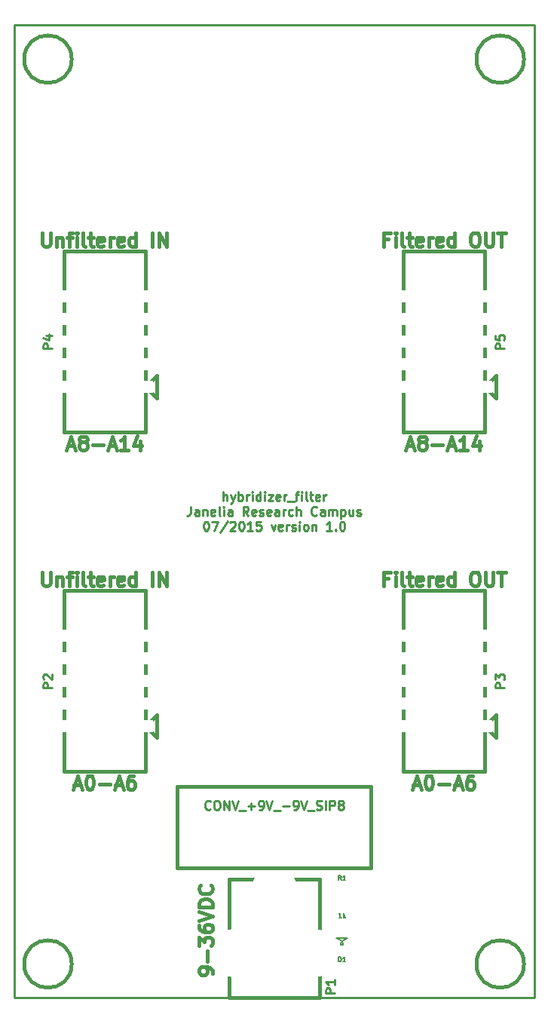
<source format=gto>
G04 #@! TF.FileFunction,Legend,Top*
%FSLAX46Y46*%
G04 Gerber Fmt 4.6, Leading zero omitted, Abs format (unit mm)*
G04 Created by KiCad (PCBNEW no-vcs-found-product) date Thu 23 Jul 2015 11:14:11 AM EDT*
%MOMM*%
G01*
G04 APERTURE LIST*
%ADD10C,0.100000*%
%ADD11C,0.381000*%
%ADD12C,0.228600*%
%ADD13C,0.254000*%
%ADD14C,0.127000*%
%ADD15R,4.895800X1.416000*%
%ADD16R,1.295400X1.295400*%
%ADD17C,2.330400*%
%ADD18O,3.956000X4.972000*%
%ADD19O,5.480000X4.464000*%
%ADD20O,3.956000X5.480000*%
%ADD21O,1.924000X2.940000*%
%ADD22O,1.625600X2.641600*%
%ADD23R,2.000200X1.187400*%
%ADD24C,3.956000*%
G04 APERTURE END LIST*
D10*
D11*
X129848429Y-160193446D02*
X129848429Y-159903161D01*
X129775857Y-159758018D01*
X129703286Y-159685446D01*
X129485571Y-159540304D01*
X129195286Y-159467732D01*
X128614714Y-159467732D01*
X128469571Y-159540304D01*
X128397000Y-159612875D01*
X128324429Y-159758018D01*
X128324429Y-160048304D01*
X128397000Y-160193446D01*
X128469571Y-160266018D01*
X128614714Y-160338589D01*
X128977571Y-160338589D01*
X129122714Y-160266018D01*
X129195286Y-160193446D01*
X129267857Y-160048304D01*
X129267857Y-159758018D01*
X129195286Y-159612875D01*
X129122714Y-159540304D01*
X128977571Y-159467732D01*
X129267857Y-158814589D02*
X129267857Y-157653446D01*
X128324429Y-157072875D02*
X128324429Y-156129446D01*
X128905000Y-156637446D01*
X128905000Y-156419732D01*
X128977571Y-156274589D01*
X129050143Y-156202018D01*
X129195286Y-156129446D01*
X129558143Y-156129446D01*
X129703286Y-156202018D01*
X129775857Y-156274589D01*
X129848429Y-156419732D01*
X129848429Y-156855160D01*
X129775857Y-157000303D01*
X129703286Y-157072875D01*
X128324429Y-154823160D02*
X128324429Y-155113446D01*
X128397000Y-155258589D01*
X128469571Y-155331160D01*
X128687286Y-155476303D01*
X128977571Y-155548874D01*
X129558143Y-155548874D01*
X129703286Y-155476303D01*
X129775857Y-155403731D01*
X129848429Y-155258589D01*
X129848429Y-154968303D01*
X129775857Y-154823160D01*
X129703286Y-154750589D01*
X129558143Y-154678017D01*
X129195286Y-154678017D01*
X129050143Y-154750589D01*
X128977571Y-154823160D01*
X128905000Y-154968303D01*
X128905000Y-155258589D01*
X128977571Y-155403731D01*
X129050143Y-155476303D01*
X129195286Y-155548874D01*
X128324429Y-154242588D02*
X129848429Y-153734588D01*
X128324429Y-153226588D01*
X129848429Y-152718588D02*
X128324429Y-152718588D01*
X128324429Y-152355731D01*
X128397000Y-152138016D01*
X128542143Y-151992874D01*
X128687286Y-151920302D01*
X128977571Y-151847731D01*
X129195286Y-151847731D01*
X129485571Y-151920302D01*
X129630714Y-151992874D01*
X129775857Y-152138016D01*
X129848429Y-152355731D01*
X129848429Y-152718588D01*
X129703286Y-150323731D02*
X129775857Y-150396302D01*
X129848429Y-150614016D01*
X129848429Y-150759159D01*
X129775857Y-150976874D01*
X129630714Y-151122016D01*
X129485571Y-151194588D01*
X129195286Y-151267159D01*
X128977571Y-151267159D01*
X128687286Y-151194588D01*
X128542143Y-151122016D01*
X128397000Y-150976874D01*
X128324429Y-150759159D01*
X128324429Y-150614016D01*
X128397000Y-150396302D01*
X128469571Y-150323731D01*
X149624143Y-115852303D02*
X149116143Y-115852303D01*
X149116143Y-116650589D02*
X149116143Y-115126589D01*
X149841857Y-115126589D01*
X150422429Y-116650589D02*
X150422429Y-115634589D01*
X150422429Y-115126589D02*
X150349858Y-115199160D01*
X150422429Y-115271731D01*
X150495001Y-115199160D01*
X150422429Y-115126589D01*
X150422429Y-115271731D01*
X151365857Y-116650589D02*
X151220715Y-116578017D01*
X151148143Y-116432874D01*
X151148143Y-115126589D01*
X151728715Y-115634589D02*
X152309286Y-115634589D01*
X151946429Y-115126589D02*
X151946429Y-116432874D01*
X152019001Y-116578017D01*
X152164143Y-116650589D01*
X152309286Y-116650589D01*
X153397858Y-116578017D02*
X153252715Y-116650589D01*
X152962429Y-116650589D01*
X152817286Y-116578017D01*
X152744715Y-116432874D01*
X152744715Y-115852303D01*
X152817286Y-115707160D01*
X152962429Y-115634589D01*
X153252715Y-115634589D01*
X153397858Y-115707160D01*
X153470429Y-115852303D01*
X153470429Y-115997446D01*
X152744715Y-116142589D01*
X154123572Y-116650589D02*
X154123572Y-115634589D01*
X154123572Y-115924874D02*
X154196144Y-115779731D01*
X154268715Y-115707160D01*
X154413858Y-115634589D01*
X154559001Y-115634589D01*
X155647573Y-116578017D02*
X155502430Y-116650589D01*
X155212144Y-116650589D01*
X155067001Y-116578017D01*
X154994430Y-116432874D01*
X154994430Y-115852303D01*
X155067001Y-115707160D01*
X155212144Y-115634589D01*
X155502430Y-115634589D01*
X155647573Y-115707160D01*
X155720144Y-115852303D01*
X155720144Y-115997446D01*
X154994430Y-116142589D01*
X157026430Y-116650589D02*
X157026430Y-115126589D01*
X157026430Y-116578017D02*
X156881287Y-116650589D01*
X156591001Y-116650589D01*
X156445859Y-116578017D01*
X156373287Y-116505446D01*
X156300716Y-116360303D01*
X156300716Y-115924874D01*
X156373287Y-115779731D01*
X156445859Y-115707160D01*
X156591001Y-115634589D01*
X156881287Y-115634589D01*
X157026430Y-115707160D01*
X159203573Y-115126589D02*
X159493859Y-115126589D01*
X159639001Y-115199160D01*
X159784144Y-115344303D01*
X159856716Y-115634589D01*
X159856716Y-116142589D01*
X159784144Y-116432874D01*
X159639001Y-116578017D01*
X159493859Y-116650589D01*
X159203573Y-116650589D01*
X159058430Y-116578017D01*
X158913287Y-116432874D01*
X158840716Y-116142589D01*
X158840716Y-115634589D01*
X158913287Y-115344303D01*
X159058430Y-115199160D01*
X159203573Y-115126589D01*
X160509858Y-115126589D02*
X160509858Y-116360303D01*
X160582430Y-116505446D01*
X160655001Y-116578017D01*
X160800144Y-116650589D01*
X161090430Y-116650589D01*
X161235572Y-116578017D01*
X161308144Y-116505446D01*
X161380715Y-116360303D01*
X161380715Y-115126589D01*
X161888715Y-115126589D02*
X162759572Y-115126589D01*
X162324143Y-116650589D02*
X162324143Y-115126589D01*
X149624143Y-77752303D02*
X149116143Y-77752303D01*
X149116143Y-78550589D02*
X149116143Y-77026589D01*
X149841857Y-77026589D01*
X150422429Y-78550589D02*
X150422429Y-77534589D01*
X150422429Y-77026589D02*
X150349858Y-77099160D01*
X150422429Y-77171731D01*
X150495001Y-77099160D01*
X150422429Y-77026589D01*
X150422429Y-77171731D01*
X151365857Y-78550589D02*
X151220715Y-78478017D01*
X151148143Y-78332874D01*
X151148143Y-77026589D01*
X151728715Y-77534589D02*
X152309286Y-77534589D01*
X151946429Y-77026589D02*
X151946429Y-78332874D01*
X152019001Y-78478017D01*
X152164143Y-78550589D01*
X152309286Y-78550589D01*
X153397858Y-78478017D02*
X153252715Y-78550589D01*
X152962429Y-78550589D01*
X152817286Y-78478017D01*
X152744715Y-78332874D01*
X152744715Y-77752303D01*
X152817286Y-77607160D01*
X152962429Y-77534589D01*
X153252715Y-77534589D01*
X153397858Y-77607160D01*
X153470429Y-77752303D01*
X153470429Y-77897446D01*
X152744715Y-78042589D01*
X154123572Y-78550589D02*
X154123572Y-77534589D01*
X154123572Y-77824874D02*
X154196144Y-77679731D01*
X154268715Y-77607160D01*
X154413858Y-77534589D01*
X154559001Y-77534589D01*
X155647573Y-78478017D02*
X155502430Y-78550589D01*
X155212144Y-78550589D01*
X155067001Y-78478017D01*
X154994430Y-78332874D01*
X154994430Y-77752303D01*
X155067001Y-77607160D01*
X155212144Y-77534589D01*
X155502430Y-77534589D01*
X155647573Y-77607160D01*
X155720144Y-77752303D01*
X155720144Y-77897446D01*
X154994430Y-78042589D01*
X157026430Y-78550589D02*
X157026430Y-77026589D01*
X157026430Y-78478017D02*
X156881287Y-78550589D01*
X156591001Y-78550589D01*
X156445859Y-78478017D01*
X156373287Y-78405446D01*
X156300716Y-78260303D01*
X156300716Y-77824874D01*
X156373287Y-77679731D01*
X156445859Y-77607160D01*
X156591001Y-77534589D01*
X156881287Y-77534589D01*
X157026430Y-77607160D01*
X159203573Y-77026589D02*
X159493859Y-77026589D01*
X159639001Y-77099160D01*
X159784144Y-77244303D01*
X159856716Y-77534589D01*
X159856716Y-78042589D01*
X159784144Y-78332874D01*
X159639001Y-78478017D01*
X159493859Y-78550589D01*
X159203573Y-78550589D01*
X159058430Y-78478017D01*
X158913287Y-78332874D01*
X158840716Y-78042589D01*
X158840716Y-77534589D01*
X158913287Y-77244303D01*
X159058430Y-77099160D01*
X159203573Y-77026589D01*
X160509858Y-77026589D02*
X160509858Y-78260303D01*
X160582430Y-78405446D01*
X160655001Y-78478017D01*
X160800144Y-78550589D01*
X161090430Y-78550589D01*
X161235572Y-78478017D01*
X161308144Y-78405446D01*
X161380715Y-78260303D01*
X161380715Y-77026589D01*
X161888715Y-77026589D02*
X162759572Y-77026589D01*
X162324143Y-78550589D02*
X162324143Y-77026589D01*
X110762143Y-115126589D02*
X110762143Y-116360303D01*
X110834715Y-116505446D01*
X110907286Y-116578017D01*
X111052429Y-116650589D01*
X111342715Y-116650589D01*
X111487857Y-116578017D01*
X111560429Y-116505446D01*
X111633000Y-116360303D01*
X111633000Y-115126589D01*
X112358714Y-115634589D02*
X112358714Y-116650589D01*
X112358714Y-115779731D02*
X112431286Y-115707160D01*
X112576428Y-115634589D01*
X112794143Y-115634589D01*
X112939286Y-115707160D01*
X113011857Y-115852303D01*
X113011857Y-116650589D01*
X113519857Y-115634589D02*
X114100428Y-115634589D01*
X113737571Y-116650589D02*
X113737571Y-115344303D01*
X113810143Y-115199160D01*
X113955285Y-115126589D01*
X114100428Y-115126589D01*
X114608428Y-116650589D02*
X114608428Y-115634589D01*
X114608428Y-115126589D02*
X114535857Y-115199160D01*
X114608428Y-115271731D01*
X114681000Y-115199160D01*
X114608428Y-115126589D01*
X114608428Y-115271731D01*
X115551856Y-116650589D02*
X115406714Y-116578017D01*
X115334142Y-116432874D01*
X115334142Y-115126589D01*
X115914714Y-115634589D02*
X116495285Y-115634589D01*
X116132428Y-115126589D02*
X116132428Y-116432874D01*
X116205000Y-116578017D01*
X116350142Y-116650589D01*
X116495285Y-116650589D01*
X117583857Y-116578017D02*
X117438714Y-116650589D01*
X117148428Y-116650589D01*
X117003285Y-116578017D01*
X116930714Y-116432874D01*
X116930714Y-115852303D01*
X117003285Y-115707160D01*
X117148428Y-115634589D01*
X117438714Y-115634589D01*
X117583857Y-115707160D01*
X117656428Y-115852303D01*
X117656428Y-115997446D01*
X116930714Y-116142589D01*
X118309571Y-116650589D02*
X118309571Y-115634589D01*
X118309571Y-115924874D02*
X118382143Y-115779731D01*
X118454714Y-115707160D01*
X118599857Y-115634589D01*
X118745000Y-115634589D01*
X119833572Y-116578017D02*
X119688429Y-116650589D01*
X119398143Y-116650589D01*
X119253000Y-116578017D01*
X119180429Y-116432874D01*
X119180429Y-115852303D01*
X119253000Y-115707160D01*
X119398143Y-115634589D01*
X119688429Y-115634589D01*
X119833572Y-115707160D01*
X119906143Y-115852303D01*
X119906143Y-115997446D01*
X119180429Y-116142589D01*
X121212429Y-116650589D02*
X121212429Y-115126589D01*
X121212429Y-116578017D02*
X121067286Y-116650589D01*
X120777000Y-116650589D01*
X120631858Y-116578017D01*
X120559286Y-116505446D01*
X120486715Y-116360303D01*
X120486715Y-115924874D01*
X120559286Y-115779731D01*
X120631858Y-115707160D01*
X120777000Y-115634589D01*
X121067286Y-115634589D01*
X121212429Y-115707160D01*
X123099286Y-116650589D02*
X123099286Y-115126589D01*
X123825000Y-116650589D02*
X123825000Y-115126589D01*
X124695857Y-116650589D01*
X124695857Y-115126589D01*
X110762143Y-77026589D02*
X110762143Y-78260303D01*
X110834715Y-78405446D01*
X110907286Y-78478017D01*
X111052429Y-78550589D01*
X111342715Y-78550589D01*
X111487857Y-78478017D01*
X111560429Y-78405446D01*
X111633000Y-78260303D01*
X111633000Y-77026589D01*
X112358714Y-77534589D02*
X112358714Y-78550589D01*
X112358714Y-77679731D02*
X112431286Y-77607160D01*
X112576428Y-77534589D01*
X112794143Y-77534589D01*
X112939286Y-77607160D01*
X113011857Y-77752303D01*
X113011857Y-78550589D01*
X113519857Y-77534589D02*
X114100428Y-77534589D01*
X113737571Y-78550589D02*
X113737571Y-77244303D01*
X113810143Y-77099160D01*
X113955285Y-77026589D01*
X114100428Y-77026589D01*
X114608428Y-78550589D02*
X114608428Y-77534589D01*
X114608428Y-77026589D02*
X114535857Y-77099160D01*
X114608428Y-77171731D01*
X114681000Y-77099160D01*
X114608428Y-77026589D01*
X114608428Y-77171731D01*
X115551856Y-78550589D02*
X115406714Y-78478017D01*
X115334142Y-78332874D01*
X115334142Y-77026589D01*
X115914714Y-77534589D02*
X116495285Y-77534589D01*
X116132428Y-77026589D02*
X116132428Y-78332874D01*
X116205000Y-78478017D01*
X116350142Y-78550589D01*
X116495285Y-78550589D01*
X117583857Y-78478017D02*
X117438714Y-78550589D01*
X117148428Y-78550589D01*
X117003285Y-78478017D01*
X116930714Y-78332874D01*
X116930714Y-77752303D01*
X117003285Y-77607160D01*
X117148428Y-77534589D01*
X117438714Y-77534589D01*
X117583857Y-77607160D01*
X117656428Y-77752303D01*
X117656428Y-77897446D01*
X116930714Y-78042589D01*
X118309571Y-78550589D02*
X118309571Y-77534589D01*
X118309571Y-77824874D02*
X118382143Y-77679731D01*
X118454714Y-77607160D01*
X118599857Y-77534589D01*
X118745000Y-77534589D01*
X119833572Y-78478017D02*
X119688429Y-78550589D01*
X119398143Y-78550589D01*
X119253000Y-78478017D01*
X119180429Y-78332874D01*
X119180429Y-77752303D01*
X119253000Y-77607160D01*
X119398143Y-77534589D01*
X119688429Y-77534589D01*
X119833572Y-77607160D01*
X119906143Y-77752303D01*
X119906143Y-77897446D01*
X119180429Y-78042589D01*
X121212429Y-78550589D02*
X121212429Y-77026589D01*
X121212429Y-78478017D02*
X121067286Y-78550589D01*
X120777000Y-78550589D01*
X120631858Y-78478017D01*
X120559286Y-78405446D01*
X120486715Y-78260303D01*
X120486715Y-77824874D01*
X120559286Y-77679731D01*
X120631858Y-77607160D01*
X120777000Y-77534589D01*
X121067286Y-77534589D01*
X121212429Y-77607160D01*
X123099286Y-78550589D02*
X123099286Y-77026589D01*
X123825000Y-78550589D02*
X123825000Y-77026589D01*
X124695857Y-78550589D01*
X124695857Y-77026589D01*
X151692428Y-100975160D02*
X152418142Y-100975160D01*
X151547285Y-101410589D02*
X152055285Y-99886589D01*
X152563285Y-101410589D01*
X153288999Y-100539731D02*
X153143857Y-100467160D01*
X153071285Y-100394589D01*
X152998714Y-100249446D01*
X152998714Y-100176874D01*
X153071285Y-100031731D01*
X153143857Y-99959160D01*
X153288999Y-99886589D01*
X153579285Y-99886589D01*
X153724428Y-99959160D01*
X153796999Y-100031731D01*
X153869571Y-100176874D01*
X153869571Y-100249446D01*
X153796999Y-100394589D01*
X153724428Y-100467160D01*
X153579285Y-100539731D01*
X153288999Y-100539731D01*
X153143857Y-100612303D01*
X153071285Y-100684874D01*
X152998714Y-100830017D01*
X152998714Y-101120303D01*
X153071285Y-101265446D01*
X153143857Y-101338017D01*
X153288999Y-101410589D01*
X153579285Y-101410589D01*
X153724428Y-101338017D01*
X153796999Y-101265446D01*
X153869571Y-101120303D01*
X153869571Y-100830017D01*
X153796999Y-100684874D01*
X153724428Y-100612303D01*
X153579285Y-100539731D01*
X154522714Y-100830017D02*
X155683857Y-100830017D01*
X156337000Y-100975160D02*
X157062714Y-100975160D01*
X156191857Y-101410589D02*
X156699857Y-99886589D01*
X157207857Y-101410589D01*
X158514143Y-101410589D02*
X157643286Y-101410589D01*
X158078714Y-101410589D02*
X158078714Y-99886589D01*
X157933571Y-100104303D01*
X157788429Y-100249446D01*
X157643286Y-100322017D01*
X159820429Y-100394589D02*
X159820429Y-101410589D01*
X159457572Y-99814017D02*
X159094715Y-100902589D01*
X160038143Y-100902589D01*
X113592428Y-100975160D02*
X114318142Y-100975160D01*
X113447285Y-101410589D02*
X113955285Y-99886589D01*
X114463285Y-101410589D01*
X115188999Y-100539731D02*
X115043857Y-100467160D01*
X114971285Y-100394589D01*
X114898714Y-100249446D01*
X114898714Y-100176874D01*
X114971285Y-100031731D01*
X115043857Y-99959160D01*
X115188999Y-99886589D01*
X115479285Y-99886589D01*
X115624428Y-99959160D01*
X115696999Y-100031731D01*
X115769571Y-100176874D01*
X115769571Y-100249446D01*
X115696999Y-100394589D01*
X115624428Y-100467160D01*
X115479285Y-100539731D01*
X115188999Y-100539731D01*
X115043857Y-100612303D01*
X114971285Y-100684874D01*
X114898714Y-100830017D01*
X114898714Y-101120303D01*
X114971285Y-101265446D01*
X115043857Y-101338017D01*
X115188999Y-101410589D01*
X115479285Y-101410589D01*
X115624428Y-101338017D01*
X115696999Y-101265446D01*
X115769571Y-101120303D01*
X115769571Y-100830017D01*
X115696999Y-100684874D01*
X115624428Y-100612303D01*
X115479285Y-100539731D01*
X116422714Y-100830017D02*
X117583857Y-100830017D01*
X118237000Y-100975160D02*
X118962714Y-100975160D01*
X118091857Y-101410589D02*
X118599857Y-99886589D01*
X119107857Y-101410589D01*
X120414143Y-101410589D02*
X119543286Y-101410589D01*
X119978714Y-101410589D02*
X119978714Y-99886589D01*
X119833571Y-100104303D01*
X119688429Y-100249446D01*
X119543286Y-100322017D01*
X121720429Y-100394589D02*
X121720429Y-101410589D01*
X121357572Y-99814017D02*
X120994715Y-100902589D01*
X121938143Y-100902589D01*
X152418143Y-139075160D02*
X153143857Y-139075160D01*
X152273000Y-139510589D02*
X152781000Y-137986589D01*
X153289000Y-139510589D01*
X154087286Y-137986589D02*
X154232429Y-137986589D01*
X154377572Y-138059160D01*
X154450143Y-138131731D01*
X154522714Y-138276874D01*
X154595286Y-138567160D01*
X154595286Y-138930017D01*
X154522714Y-139220303D01*
X154450143Y-139365446D01*
X154377572Y-139438017D01*
X154232429Y-139510589D01*
X154087286Y-139510589D01*
X153942143Y-139438017D01*
X153869572Y-139365446D01*
X153797000Y-139220303D01*
X153724429Y-138930017D01*
X153724429Y-138567160D01*
X153797000Y-138276874D01*
X153869572Y-138131731D01*
X153942143Y-138059160D01*
X154087286Y-137986589D01*
X155248429Y-138930017D02*
X156409572Y-138930017D01*
X157062715Y-139075160D02*
X157788429Y-139075160D01*
X156917572Y-139510589D02*
X157425572Y-137986589D01*
X157933572Y-139510589D01*
X159094715Y-137986589D02*
X158804429Y-137986589D01*
X158659286Y-138059160D01*
X158586715Y-138131731D01*
X158441572Y-138349446D01*
X158369001Y-138639731D01*
X158369001Y-139220303D01*
X158441572Y-139365446D01*
X158514144Y-139438017D01*
X158659286Y-139510589D01*
X158949572Y-139510589D01*
X159094715Y-139438017D01*
X159167286Y-139365446D01*
X159239858Y-139220303D01*
X159239858Y-138857446D01*
X159167286Y-138712303D01*
X159094715Y-138639731D01*
X158949572Y-138567160D01*
X158659286Y-138567160D01*
X158514144Y-138639731D01*
X158441572Y-138712303D01*
X158369001Y-138857446D01*
X114318143Y-139075160D02*
X115043857Y-139075160D01*
X114173000Y-139510589D02*
X114681000Y-137986589D01*
X115189000Y-139510589D01*
X115987286Y-137986589D02*
X116132429Y-137986589D01*
X116277572Y-138059160D01*
X116350143Y-138131731D01*
X116422714Y-138276874D01*
X116495286Y-138567160D01*
X116495286Y-138930017D01*
X116422714Y-139220303D01*
X116350143Y-139365446D01*
X116277572Y-139438017D01*
X116132429Y-139510589D01*
X115987286Y-139510589D01*
X115842143Y-139438017D01*
X115769572Y-139365446D01*
X115697000Y-139220303D01*
X115624429Y-138930017D01*
X115624429Y-138567160D01*
X115697000Y-138276874D01*
X115769572Y-138131731D01*
X115842143Y-138059160D01*
X115987286Y-137986589D01*
X117148429Y-138930017D02*
X118309572Y-138930017D01*
X118962715Y-139075160D02*
X119688429Y-139075160D01*
X118817572Y-139510589D02*
X119325572Y-137986589D01*
X119833572Y-139510589D01*
X120994715Y-137986589D02*
X120704429Y-137986589D01*
X120559286Y-138059160D01*
X120486715Y-138131731D01*
X120341572Y-138349446D01*
X120269001Y-138639731D01*
X120269001Y-139220303D01*
X120341572Y-139365446D01*
X120414144Y-139438017D01*
X120559286Y-139510589D01*
X120849572Y-139510589D01*
X120994715Y-139438017D01*
X121067286Y-139365446D01*
X121139858Y-139220303D01*
X121139858Y-138857446D01*
X121067286Y-138712303D01*
X120994715Y-138639731D01*
X120849572Y-138567160D01*
X120559286Y-138567160D01*
X120414144Y-138639731D01*
X120341572Y-138712303D01*
X120269001Y-138857446D01*
D12*
X107569000Y-162951160D02*
X107569000Y-53731160D01*
X165989000Y-162951160D02*
X107569000Y-162951160D01*
X165989000Y-53731160D02*
X165989000Y-162951160D01*
X107569000Y-53731160D02*
X165989000Y-53731160D01*
D13*
X131070049Y-107124379D02*
X131070049Y-106108379D01*
X131505477Y-107124379D02*
X131505477Y-106592189D01*
X131457096Y-106495427D01*
X131360334Y-106447046D01*
X131215192Y-106447046D01*
X131118430Y-106495427D01*
X131070049Y-106543808D01*
X131892525Y-106447046D02*
X132134430Y-107124379D01*
X132376334Y-106447046D02*
X132134430Y-107124379D01*
X132037668Y-107366284D01*
X131989287Y-107414665D01*
X131892525Y-107463046D01*
X132763382Y-107124379D02*
X132763382Y-106108379D01*
X132763382Y-106495427D02*
X132860144Y-106447046D01*
X133053667Y-106447046D01*
X133150429Y-106495427D01*
X133198810Y-106543808D01*
X133247191Y-106640570D01*
X133247191Y-106930855D01*
X133198810Y-107027617D01*
X133150429Y-107075998D01*
X133053667Y-107124379D01*
X132860144Y-107124379D01*
X132763382Y-107075998D01*
X133682620Y-107124379D02*
X133682620Y-106447046D01*
X133682620Y-106640570D02*
X133731001Y-106543808D01*
X133779382Y-106495427D01*
X133876144Y-106447046D01*
X133972905Y-106447046D01*
X134311572Y-107124379D02*
X134311572Y-106447046D01*
X134311572Y-106108379D02*
X134263191Y-106156760D01*
X134311572Y-106205141D01*
X134359953Y-106156760D01*
X134311572Y-106108379D01*
X134311572Y-106205141D01*
X135230810Y-107124379D02*
X135230810Y-106108379D01*
X135230810Y-107075998D02*
X135134048Y-107124379D01*
X134940525Y-107124379D01*
X134843763Y-107075998D01*
X134795382Y-107027617D01*
X134747001Y-106930855D01*
X134747001Y-106640570D01*
X134795382Y-106543808D01*
X134843763Y-106495427D01*
X134940525Y-106447046D01*
X135134048Y-106447046D01*
X135230810Y-106495427D01*
X135714620Y-107124379D02*
X135714620Y-106447046D01*
X135714620Y-106108379D02*
X135666239Y-106156760D01*
X135714620Y-106205141D01*
X135763001Y-106156760D01*
X135714620Y-106108379D01*
X135714620Y-106205141D01*
X136101668Y-106447046D02*
X136633858Y-106447046D01*
X136101668Y-107124379D01*
X136633858Y-107124379D01*
X137407953Y-107075998D02*
X137311191Y-107124379D01*
X137117668Y-107124379D01*
X137020906Y-107075998D01*
X136972525Y-106979236D01*
X136972525Y-106592189D01*
X137020906Y-106495427D01*
X137117668Y-106447046D01*
X137311191Y-106447046D01*
X137407953Y-106495427D01*
X137456334Y-106592189D01*
X137456334Y-106688950D01*
X136972525Y-106785712D01*
X137891763Y-107124379D02*
X137891763Y-106447046D01*
X137891763Y-106640570D02*
X137940144Y-106543808D01*
X137988525Y-106495427D01*
X138085287Y-106447046D01*
X138182048Y-106447046D01*
X138278810Y-107221141D02*
X139052905Y-107221141D01*
X139149667Y-106447046D02*
X139536715Y-106447046D01*
X139294810Y-107124379D02*
X139294810Y-106253522D01*
X139343191Y-106156760D01*
X139439953Y-106108379D01*
X139536715Y-106108379D01*
X139875381Y-107124379D02*
X139875381Y-106447046D01*
X139875381Y-106108379D02*
X139827000Y-106156760D01*
X139875381Y-106205141D01*
X139923762Y-106156760D01*
X139875381Y-106108379D01*
X139875381Y-106205141D01*
X140504334Y-107124379D02*
X140407572Y-107075998D01*
X140359191Y-106979236D01*
X140359191Y-106108379D01*
X140746238Y-106447046D02*
X141133286Y-106447046D01*
X140891381Y-106108379D02*
X140891381Y-106979236D01*
X140939762Y-107075998D01*
X141036524Y-107124379D01*
X141133286Y-107124379D01*
X141858999Y-107075998D02*
X141762237Y-107124379D01*
X141568714Y-107124379D01*
X141471952Y-107075998D01*
X141423571Y-106979236D01*
X141423571Y-106592189D01*
X141471952Y-106495427D01*
X141568714Y-106447046D01*
X141762237Y-106447046D01*
X141858999Y-106495427D01*
X141907380Y-106592189D01*
X141907380Y-106688950D01*
X141423571Y-106785712D01*
X142342809Y-107124379D02*
X142342809Y-106447046D01*
X142342809Y-106640570D02*
X142391190Y-106543808D01*
X142439571Y-106495427D01*
X142536333Y-106447046D01*
X142633094Y-106447046D01*
X127393096Y-107784779D02*
X127393096Y-108510493D01*
X127344716Y-108655636D01*
X127247954Y-108752398D01*
X127102811Y-108800779D01*
X127006049Y-108800779D01*
X128312334Y-108800779D02*
X128312334Y-108268589D01*
X128263953Y-108171827D01*
X128167191Y-108123446D01*
X127973668Y-108123446D01*
X127876906Y-108171827D01*
X128312334Y-108752398D02*
X128215572Y-108800779D01*
X127973668Y-108800779D01*
X127876906Y-108752398D01*
X127828525Y-108655636D01*
X127828525Y-108558874D01*
X127876906Y-108462112D01*
X127973668Y-108413731D01*
X128215572Y-108413731D01*
X128312334Y-108365350D01*
X128796144Y-108123446D02*
X128796144Y-108800779D01*
X128796144Y-108220208D02*
X128844525Y-108171827D01*
X128941287Y-108123446D01*
X129086429Y-108123446D01*
X129183191Y-108171827D01*
X129231572Y-108268589D01*
X129231572Y-108800779D01*
X130102429Y-108752398D02*
X130005667Y-108800779D01*
X129812144Y-108800779D01*
X129715382Y-108752398D01*
X129667001Y-108655636D01*
X129667001Y-108268589D01*
X129715382Y-108171827D01*
X129812144Y-108123446D01*
X130005667Y-108123446D01*
X130102429Y-108171827D01*
X130150810Y-108268589D01*
X130150810Y-108365350D01*
X129667001Y-108462112D01*
X130731382Y-108800779D02*
X130634620Y-108752398D01*
X130586239Y-108655636D01*
X130586239Y-107784779D01*
X131118429Y-108800779D02*
X131118429Y-108123446D01*
X131118429Y-107784779D02*
X131070048Y-107833160D01*
X131118429Y-107881541D01*
X131166810Y-107833160D01*
X131118429Y-107784779D01*
X131118429Y-107881541D01*
X132037667Y-108800779D02*
X132037667Y-108268589D01*
X131989286Y-108171827D01*
X131892524Y-108123446D01*
X131699001Y-108123446D01*
X131602239Y-108171827D01*
X132037667Y-108752398D02*
X131940905Y-108800779D01*
X131699001Y-108800779D01*
X131602239Y-108752398D01*
X131553858Y-108655636D01*
X131553858Y-108558874D01*
X131602239Y-108462112D01*
X131699001Y-108413731D01*
X131940905Y-108413731D01*
X132037667Y-108365350D01*
X133876143Y-108800779D02*
X133537477Y-108316970D01*
X133295572Y-108800779D02*
X133295572Y-107784779D01*
X133682619Y-107784779D01*
X133779381Y-107833160D01*
X133827762Y-107881541D01*
X133876143Y-107978303D01*
X133876143Y-108123446D01*
X133827762Y-108220208D01*
X133779381Y-108268589D01*
X133682619Y-108316970D01*
X133295572Y-108316970D01*
X134698619Y-108752398D02*
X134601857Y-108800779D01*
X134408334Y-108800779D01*
X134311572Y-108752398D01*
X134263191Y-108655636D01*
X134263191Y-108268589D01*
X134311572Y-108171827D01*
X134408334Y-108123446D01*
X134601857Y-108123446D01*
X134698619Y-108171827D01*
X134747000Y-108268589D01*
X134747000Y-108365350D01*
X134263191Y-108462112D01*
X135134048Y-108752398D02*
X135230810Y-108800779D01*
X135424334Y-108800779D01*
X135521095Y-108752398D01*
X135569476Y-108655636D01*
X135569476Y-108607255D01*
X135521095Y-108510493D01*
X135424334Y-108462112D01*
X135279191Y-108462112D01*
X135182429Y-108413731D01*
X135134048Y-108316970D01*
X135134048Y-108268589D01*
X135182429Y-108171827D01*
X135279191Y-108123446D01*
X135424334Y-108123446D01*
X135521095Y-108171827D01*
X136391952Y-108752398D02*
X136295190Y-108800779D01*
X136101667Y-108800779D01*
X136004905Y-108752398D01*
X135956524Y-108655636D01*
X135956524Y-108268589D01*
X136004905Y-108171827D01*
X136101667Y-108123446D01*
X136295190Y-108123446D01*
X136391952Y-108171827D01*
X136440333Y-108268589D01*
X136440333Y-108365350D01*
X135956524Y-108462112D01*
X137311190Y-108800779D02*
X137311190Y-108268589D01*
X137262809Y-108171827D01*
X137166047Y-108123446D01*
X136972524Y-108123446D01*
X136875762Y-108171827D01*
X137311190Y-108752398D02*
X137214428Y-108800779D01*
X136972524Y-108800779D01*
X136875762Y-108752398D01*
X136827381Y-108655636D01*
X136827381Y-108558874D01*
X136875762Y-108462112D01*
X136972524Y-108413731D01*
X137214428Y-108413731D01*
X137311190Y-108365350D01*
X137795000Y-108800779D02*
X137795000Y-108123446D01*
X137795000Y-108316970D02*
X137843381Y-108220208D01*
X137891762Y-108171827D01*
X137988524Y-108123446D01*
X138085285Y-108123446D01*
X138859380Y-108752398D02*
X138762618Y-108800779D01*
X138569095Y-108800779D01*
X138472333Y-108752398D01*
X138423952Y-108704017D01*
X138375571Y-108607255D01*
X138375571Y-108316970D01*
X138423952Y-108220208D01*
X138472333Y-108171827D01*
X138569095Y-108123446D01*
X138762618Y-108123446D01*
X138859380Y-108171827D01*
X139294809Y-108800779D02*
X139294809Y-107784779D01*
X139730237Y-108800779D02*
X139730237Y-108268589D01*
X139681856Y-108171827D01*
X139585094Y-108123446D01*
X139439952Y-108123446D01*
X139343190Y-108171827D01*
X139294809Y-108220208D01*
X141568713Y-108704017D02*
X141520332Y-108752398D01*
X141375189Y-108800779D01*
X141278427Y-108800779D01*
X141133285Y-108752398D01*
X141036523Y-108655636D01*
X140988142Y-108558874D01*
X140939761Y-108365350D01*
X140939761Y-108220208D01*
X140988142Y-108026684D01*
X141036523Y-107929922D01*
X141133285Y-107833160D01*
X141278427Y-107784779D01*
X141375189Y-107784779D01*
X141520332Y-107833160D01*
X141568713Y-107881541D01*
X142439570Y-108800779D02*
X142439570Y-108268589D01*
X142391189Y-108171827D01*
X142294427Y-108123446D01*
X142100904Y-108123446D01*
X142004142Y-108171827D01*
X142439570Y-108752398D02*
X142342808Y-108800779D01*
X142100904Y-108800779D01*
X142004142Y-108752398D01*
X141955761Y-108655636D01*
X141955761Y-108558874D01*
X142004142Y-108462112D01*
X142100904Y-108413731D01*
X142342808Y-108413731D01*
X142439570Y-108365350D01*
X142923380Y-108800779D02*
X142923380Y-108123446D01*
X142923380Y-108220208D02*
X142971761Y-108171827D01*
X143068523Y-108123446D01*
X143213665Y-108123446D01*
X143310427Y-108171827D01*
X143358808Y-108268589D01*
X143358808Y-108800779D01*
X143358808Y-108268589D02*
X143407189Y-108171827D01*
X143503951Y-108123446D01*
X143649094Y-108123446D01*
X143745856Y-108171827D01*
X143794237Y-108268589D01*
X143794237Y-108800779D01*
X144278047Y-108123446D02*
X144278047Y-109139446D01*
X144278047Y-108171827D02*
X144374809Y-108123446D01*
X144568332Y-108123446D01*
X144665094Y-108171827D01*
X144713475Y-108220208D01*
X144761856Y-108316970D01*
X144761856Y-108607255D01*
X144713475Y-108704017D01*
X144665094Y-108752398D01*
X144568332Y-108800779D01*
X144374809Y-108800779D01*
X144278047Y-108752398D01*
X145632713Y-108123446D02*
X145632713Y-108800779D01*
X145197285Y-108123446D02*
X145197285Y-108655636D01*
X145245666Y-108752398D01*
X145342428Y-108800779D01*
X145487570Y-108800779D01*
X145584332Y-108752398D01*
X145632713Y-108704017D01*
X146068142Y-108752398D02*
X146164904Y-108800779D01*
X146358428Y-108800779D01*
X146455189Y-108752398D01*
X146503570Y-108655636D01*
X146503570Y-108607255D01*
X146455189Y-108510493D01*
X146358428Y-108462112D01*
X146213285Y-108462112D01*
X146116523Y-108413731D01*
X146068142Y-108316970D01*
X146068142Y-108268589D01*
X146116523Y-108171827D01*
X146213285Y-108123446D01*
X146358428Y-108123446D01*
X146455189Y-108171827D01*
X129086430Y-109461179D02*
X129183191Y-109461179D01*
X129279953Y-109509560D01*
X129328334Y-109557941D01*
X129376715Y-109654703D01*
X129425096Y-109848227D01*
X129425096Y-110090131D01*
X129376715Y-110283655D01*
X129328334Y-110380417D01*
X129279953Y-110428798D01*
X129183191Y-110477179D01*
X129086430Y-110477179D01*
X128989668Y-110428798D01*
X128941287Y-110380417D01*
X128892906Y-110283655D01*
X128844525Y-110090131D01*
X128844525Y-109848227D01*
X128892906Y-109654703D01*
X128941287Y-109557941D01*
X128989668Y-109509560D01*
X129086430Y-109461179D01*
X129763763Y-109461179D02*
X130441096Y-109461179D01*
X130005668Y-110477179D01*
X131553858Y-109412798D02*
X130683001Y-110719084D01*
X131844144Y-109557941D02*
X131892525Y-109509560D01*
X131989287Y-109461179D01*
X132231191Y-109461179D01*
X132327953Y-109509560D01*
X132376334Y-109557941D01*
X132424715Y-109654703D01*
X132424715Y-109751465D01*
X132376334Y-109896608D01*
X131795763Y-110477179D01*
X132424715Y-110477179D01*
X133053668Y-109461179D02*
X133150429Y-109461179D01*
X133247191Y-109509560D01*
X133295572Y-109557941D01*
X133343953Y-109654703D01*
X133392334Y-109848227D01*
X133392334Y-110090131D01*
X133343953Y-110283655D01*
X133295572Y-110380417D01*
X133247191Y-110428798D01*
X133150429Y-110477179D01*
X133053668Y-110477179D01*
X132956906Y-110428798D01*
X132908525Y-110380417D01*
X132860144Y-110283655D01*
X132811763Y-110090131D01*
X132811763Y-109848227D01*
X132860144Y-109654703D01*
X132908525Y-109557941D01*
X132956906Y-109509560D01*
X133053668Y-109461179D01*
X134359953Y-110477179D02*
X133779382Y-110477179D01*
X134069668Y-110477179D02*
X134069668Y-109461179D01*
X133972906Y-109606322D01*
X133876144Y-109703084D01*
X133779382Y-109751465D01*
X135279191Y-109461179D02*
X134795382Y-109461179D01*
X134747001Y-109944989D01*
X134795382Y-109896608D01*
X134892144Y-109848227D01*
X135134048Y-109848227D01*
X135230810Y-109896608D01*
X135279191Y-109944989D01*
X135327572Y-110041750D01*
X135327572Y-110283655D01*
X135279191Y-110380417D01*
X135230810Y-110428798D01*
X135134048Y-110477179D01*
X134892144Y-110477179D01*
X134795382Y-110428798D01*
X134747001Y-110380417D01*
X136440334Y-109799846D02*
X136682239Y-110477179D01*
X136924143Y-109799846D01*
X137698238Y-110428798D02*
X137601476Y-110477179D01*
X137407953Y-110477179D01*
X137311191Y-110428798D01*
X137262810Y-110332036D01*
X137262810Y-109944989D01*
X137311191Y-109848227D01*
X137407953Y-109799846D01*
X137601476Y-109799846D01*
X137698238Y-109848227D01*
X137746619Y-109944989D01*
X137746619Y-110041750D01*
X137262810Y-110138512D01*
X138182048Y-110477179D02*
X138182048Y-109799846D01*
X138182048Y-109993370D02*
X138230429Y-109896608D01*
X138278810Y-109848227D01*
X138375572Y-109799846D01*
X138472333Y-109799846D01*
X138762619Y-110428798D02*
X138859381Y-110477179D01*
X139052905Y-110477179D01*
X139149666Y-110428798D01*
X139198047Y-110332036D01*
X139198047Y-110283655D01*
X139149666Y-110186893D01*
X139052905Y-110138512D01*
X138907762Y-110138512D01*
X138811000Y-110090131D01*
X138762619Y-109993370D01*
X138762619Y-109944989D01*
X138811000Y-109848227D01*
X138907762Y-109799846D01*
X139052905Y-109799846D01*
X139149666Y-109848227D01*
X139633476Y-110477179D02*
X139633476Y-109799846D01*
X139633476Y-109461179D02*
X139585095Y-109509560D01*
X139633476Y-109557941D01*
X139681857Y-109509560D01*
X139633476Y-109461179D01*
X139633476Y-109557941D01*
X140262429Y-110477179D02*
X140165667Y-110428798D01*
X140117286Y-110380417D01*
X140068905Y-110283655D01*
X140068905Y-109993370D01*
X140117286Y-109896608D01*
X140165667Y-109848227D01*
X140262429Y-109799846D01*
X140407571Y-109799846D01*
X140504333Y-109848227D01*
X140552714Y-109896608D01*
X140601095Y-109993370D01*
X140601095Y-110283655D01*
X140552714Y-110380417D01*
X140504333Y-110428798D01*
X140407571Y-110477179D01*
X140262429Y-110477179D01*
X141036524Y-109799846D02*
X141036524Y-110477179D01*
X141036524Y-109896608D02*
X141084905Y-109848227D01*
X141181667Y-109799846D01*
X141326809Y-109799846D01*
X141423571Y-109848227D01*
X141471952Y-109944989D01*
X141471952Y-110477179D01*
X143262047Y-110477179D02*
X142681476Y-110477179D01*
X142971762Y-110477179D02*
X142971762Y-109461179D01*
X142875000Y-109606322D01*
X142778238Y-109703084D01*
X142681476Y-109751465D01*
X143697476Y-110380417D02*
X143745857Y-110428798D01*
X143697476Y-110477179D01*
X143649095Y-110428798D01*
X143697476Y-110380417D01*
X143697476Y-110477179D01*
X144374810Y-109461179D02*
X144471571Y-109461179D01*
X144568333Y-109509560D01*
X144616714Y-109557941D01*
X144665095Y-109654703D01*
X144713476Y-109848227D01*
X144713476Y-110090131D01*
X144665095Y-110283655D01*
X144616714Y-110380417D01*
X144568333Y-110428798D01*
X144471571Y-110477179D01*
X144374810Y-110477179D01*
X144278048Y-110428798D01*
X144229667Y-110380417D01*
X144181286Y-110283655D01*
X144132905Y-110090131D01*
X144132905Y-109848227D01*
X144181286Y-109654703D01*
X144229667Y-109557941D01*
X144278048Y-109509560D01*
X144374810Y-109461179D01*
D11*
X113157000Y-117231000D02*
X113157000Y-137551000D01*
X122301000Y-117231000D02*
X122301000Y-137551000D01*
X122301000Y-117231000D02*
X113157000Y-117231000D01*
X122301000Y-137551000D02*
X113157000Y-137551000D01*
X122301000Y-132471000D02*
X123571000Y-133741000D01*
X123571000Y-133741000D02*
X123571000Y-131201000D01*
X123571000Y-131201000D02*
X122301000Y-132471000D01*
D14*
X145034000Y-156220000D02*
X144399000Y-156601000D01*
X144399000Y-156601000D02*
X143764000Y-156220000D01*
X145034000Y-156220000D02*
X143764000Y-156220000D01*
X144526000Y-156728000D02*
X144272000Y-156728000D01*
X144272000Y-156728000D02*
X144272000Y-156982000D01*
X144272000Y-156982000D02*
X144526000Y-156982000D01*
X144526000Y-156982000D02*
X144526000Y-156728000D01*
D11*
X151257000Y-117231000D02*
X151257000Y-137551000D01*
X160401000Y-117231000D02*
X160401000Y-137551000D01*
X160401000Y-117231000D02*
X151257000Y-117231000D01*
X160401000Y-137551000D02*
X151257000Y-137551000D01*
X160401000Y-132471000D02*
X161671000Y-133741000D01*
X161671000Y-133741000D02*
X161671000Y-131201000D01*
X161671000Y-131201000D02*
X160401000Y-132471000D01*
X141859000Y-149616000D02*
X131699000Y-149616000D01*
X131699000Y-149616000D02*
X131699000Y-162951000D01*
X141859000Y-149616000D02*
X141859000Y-162951000D01*
X141859000Y-162951000D02*
X131699000Y-162951000D01*
X113157000Y-79131200D02*
X113157000Y-99451200D01*
X122301000Y-79131200D02*
X122301000Y-99451200D01*
X122301000Y-79131200D02*
X113157000Y-79131200D01*
X122301000Y-99451200D02*
X113157000Y-99451200D01*
X122301000Y-94371200D02*
X123571000Y-95641200D01*
X123571000Y-95641200D02*
X123571000Y-93101200D01*
X123571000Y-93101200D02*
X122301000Y-94371200D01*
X151257000Y-79131200D02*
X151257000Y-99451200D01*
X160401000Y-79131200D02*
X160401000Y-99451200D01*
X160401000Y-79131200D02*
X151257000Y-79131200D01*
X160401000Y-99451200D02*
X151257000Y-99451200D01*
X160401000Y-94371200D02*
X161671000Y-95641200D01*
X161671000Y-95641200D02*
X161671000Y-93101200D01*
X161671000Y-93101200D02*
X160401000Y-94371200D01*
X147675600Y-139176600D02*
X125882400Y-139176600D01*
X125882400Y-148371400D02*
X125882400Y-139176600D01*
X147675600Y-148371400D02*
X147675600Y-139176600D01*
X147675600Y-148371400D02*
X125882400Y-148371400D01*
D14*
X145288000Y-150886000D02*
X145288000Y-149997000D01*
X145288000Y-149997000D02*
X143510000Y-149997000D01*
X143510000Y-149997000D02*
X143510000Y-150886000D01*
X145288000Y-152156000D02*
X145288000Y-153045000D01*
X145288000Y-153045000D02*
X143510000Y-153045000D01*
X143510000Y-153045000D02*
X143510000Y-152156000D01*
D11*
X114046000Y-57541200D02*
G75*
G03X114046000Y-57541200I-2667000J0D01*
G01*
X164846000Y-57541200D02*
G75*
G03X164846000Y-57541200I-2667000J0D01*
G01*
X114046000Y-159141000D02*
G75*
G03X114046000Y-159141000I-2667000J0D01*
G01*
X164846000Y-159141000D02*
G75*
G03X164846000Y-159141000I-2667000J0D01*
G01*
D13*
X111838619Y-128140904D02*
X110822619Y-128140904D01*
X110822619Y-127753857D01*
X110871000Y-127657095D01*
X110919381Y-127608714D01*
X111016143Y-127560333D01*
X111161286Y-127560333D01*
X111258048Y-127608714D01*
X111306429Y-127657095D01*
X111354810Y-127753857D01*
X111354810Y-128140904D01*
X110919381Y-127173285D02*
X110871000Y-127124904D01*
X110822619Y-127028142D01*
X110822619Y-126786238D01*
X110871000Y-126689476D01*
X110919381Y-126641095D01*
X111016143Y-126592714D01*
X111112905Y-126592714D01*
X111258048Y-126641095D01*
X111838619Y-127221666D01*
X111838619Y-126592714D01*
D14*
X144024047Y-158862810D02*
X144024047Y-158354810D01*
X144145000Y-158354810D01*
X144217571Y-158379000D01*
X144265952Y-158427381D01*
X144290143Y-158475762D01*
X144314333Y-158572524D01*
X144314333Y-158645095D01*
X144290143Y-158741857D01*
X144265952Y-158790238D01*
X144217571Y-158838619D01*
X144145000Y-158862810D01*
X144024047Y-158862810D01*
X144798143Y-158862810D02*
X144507857Y-158862810D01*
X144653000Y-158862810D02*
X144653000Y-158354810D01*
X144604619Y-158427381D01*
X144556238Y-158475762D01*
X144507857Y-158499952D01*
D13*
X162638619Y-128140904D02*
X161622619Y-128140904D01*
X161622619Y-127753857D01*
X161671000Y-127657095D01*
X161719381Y-127608714D01*
X161816143Y-127560333D01*
X161961286Y-127560333D01*
X162058048Y-127608714D01*
X162106429Y-127657095D01*
X162154810Y-127753857D01*
X162154810Y-128140904D01*
X161622619Y-127221666D02*
X161622619Y-126592714D01*
X162009667Y-126931380D01*
X162009667Y-126786238D01*
X162058048Y-126689476D01*
X162106429Y-126641095D01*
X162203190Y-126592714D01*
X162445095Y-126592714D01*
X162541857Y-126641095D01*
X162590238Y-126689476D01*
X162638619Y-126786238D01*
X162638619Y-127076523D01*
X162590238Y-127173285D01*
X162541857Y-127221666D01*
X143588619Y-162430904D02*
X142572619Y-162430904D01*
X142572619Y-162043857D01*
X142621000Y-161947095D01*
X142669381Y-161898714D01*
X142766143Y-161850333D01*
X142911286Y-161850333D01*
X143008048Y-161898714D01*
X143056429Y-161947095D01*
X143104810Y-162043857D01*
X143104810Y-162430904D01*
X143588619Y-160882714D02*
X143588619Y-161463285D01*
X143588619Y-161172999D02*
X142572619Y-161172999D01*
X142717762Y-161269761D01*
X142814524Y-161366523D01*
X142862905Y-161463285D01*
X111838619Y-90041104D02*
X110822619Y-90041104D01*
X110822619Y-89654057D01*
X110871000Y-89557295D01*
X110919381Y-89508914D01*
X111016143Y-89460533D01*
X111161286Y-89460533D01*
X111258048Y-89508914D01*
X111306429Y-89557295D01*
X111354810Y-89654057D01*
X111354810Y-90041104D01*
X111161286Y-88589676D02*
X111838619Y-88589676D01*
X110774238Y-88831580D02*
X111499952Y-89073485D01*
X111499952Y-88444533D01*
X162638619Y-90041104D02*
X161622619Y-90041104D01*
X161622619Y-89654057D01*
X161671000Y-89557295D01*
X161719381Y-89508914D01*
X161816143Y-89460533D01*
X161961286Y-89460533D01*
X162058048Y-89508914D01*
X162106429Y-89557295D01*
X162154810Y-89654057D01*
X162154810Y-90041104D01*
X161622619Y-88541295D02*
X161622619Y-89025104D01*
X162106429Y-89073485D01*
X162058048Y-89025104D01*
X162009667Y-88928342D01*
X162009667Y-88686438D01*
X162058048Y-88589676D01*
X162106429Y-88541295D01*
X162203190Y-88492914D01*
X162445095Y-88492914D01*
X162541857Y-88541295D01*
X162590238Y-88589676D01*
X162638619Y-88686438D01*
X162638619Y-88928342D01*
X162590238Y-89025104D01*
X162541857Y-89073485D01*
X136004905Y-149059619D02*
X136004905Y-149882095D01*
X136053286Y-149978857D01*
X136101667Y-150027238D01*
X136198429Y-150075619D01*
X136391952Y-150075619D01*
X136488714Y-150027238D01*
X136537095Y-149978857D01*
X136585476Y-149882095D01*
X136585476Y-149059619D01*
X137601476Y-150075619D02*
X137020905Y-150075619D01*
X137311191Y-150075619D02*
X137311191Y-149059619D01*
X137214429Y-149204762D01*
X137117667Y-149301524D01*
X137020905Y-149349905D01*
X129618619Y-141723857D02*
X129570238Y-141772238D01*
X129425095Y-141820619D01*
X129328333Y-141820619D01*
X129183191Y-141772238D01*
X129086429Y-141675476D01*
X129038048Y-141578714D01*
X128989667Y-141385190D01*
X128989667Y-141240048D01*
X129038048Y-141046524D01*
X129086429Y-140949762D01*
X129183191Y-140853000D01*
X129328333Y-140804619D01*
X129425095Y-140804619D01*
X129570238Y-140853000D01*
X129618619Y-140901381D01*
X130247572Y-140804619D02*
X130441095Y-140804619D01*
X130537857Y-140853000D01*
X130634619Y-140949762D01*
X130683000Y-141143286D01*
X130683000Y-141481952D01*
X130634619Y-141675476D01*
X130537857Y-141772238D01*
X130441095Y-141820619D01*
X130247572Y-141820619D01*
X130150810Y-141772238D01*
X130054048Y-141675476D01*
X130005667Y-141481952D01*
X130005667Y-141143286D01*
X130054048Y-140949762D01*
X130150810Y-140853000D01*
X130247572Y-140804619D01*
X131118429Y-141820619D02*
X131118429Y-140804619D01*
X131699000Y-141820619D01*
X131699000Y-140804619D01*
X132037667Y-140804619D02*
X132376334Y-141820619D01*
X132715000Y-140804619D01*
X132811762Y-141917381D02*
X133585857Y-141917381D01*
X133827762Y-141433571D02*
X134601857Y-141433571D01*
X134214809Y-141820619D02*
X134214809Y-141046524D01*
X135134048Y-141820619D02*
X135327572Y-141820619D01*
X135424333Y-141772238D01*
X135472714Y-141723857D01*
X135569476Y-141578714D01*
X135617857Y-141385190D01*
X135617857Y-140998143D01*
X135569476Y-140901381D01*
X135521095Y-140853000D01*
X135424333Y-140804619D01*
X135230810Y-140804619D01*
X135134048Y-140853000D01*
X135085667Y-140901381D01*
X135037286Y-140998143D01*
X135037286Y-141240048D01*
X135085667Y-141336810D01*
X135134048Y-141385190D01*
X135230810Y-141433571D01*
X135424333Y-141433571D01*
X135521095Y-141385190D01*
X135569476Y-141336810D01*
X135617857Y-141240048D01*
X135908143Y-140804619D02*
X136246810Y-141820619D01*
X136585476Y-140804619D01*
X136682238Y-141917381D02*
X137456333Y-141917381D01*
X137698238Y-141433571D02*
X138472333Y-141433571D01*
X139004524Y-141820619D02*
X139198048Y-141820619D01*
X139294809Y-141772238D01*
X139343190Y-141723857D01*
X139439952Y-141578714D01*
X139488333Y-141385190D01*
X139488333Y-140998143D01*
X139439952Y-140901381D01*
X139391571Y-140853000D01*
X139294809Y-140804619D01*
X139101286Y-140804619D01*
X139004524Y-140853000D01*
X138956143Y-140901381D01*
X138907762Y-140998143D01*
X138907762Y-141240048D01*
X138956143Y-141336810D01*
X139004524Y-141385190D01*
X139101286Y-141433571D01*
X139294809Y-141433571D01*
X139391571Y-141385190D01*
X139439952Y-141336810D01*
X139488333Y-141240048D01*
X139778619Y-140804619D02*
X140117286Y-141820619D01*
X140455952Y-140804619D01*
X140552714Y-141917381D02*
X141326809Y-141917381D01*
X141520333Y-141772238D02*
X141665476Y-141820619D01*
X141907380Y-141820619D01*
X142004142Y-141772238D01*
X142052523Y-141723857D01*
X142100904Y-141627095D01*
X142100904Y-141530333D01*
X142052523Y-141433571D01*
X142004142Y-141385190D01*
X141907380Y-141336810D01*
X141713857Y-141288429D01*
X141617095Y-141240048D01*
X141568714Y-141191667D01*
X141520333Y-141094905D01*
X141520333Y-140998143D01*
X141568714Y-140901381D01*
X141617095Y-140853000D01*
X141713857Y-140804619D01*
X141955761Y-140804619D01*
X142100904Y-140853000D01*
X142536333Y-141820619D02*
X142536333Y-140804619D01*
X143020143Y-141820619D02*
X143020143Y-140804619D01*
X143407190Y-140804619D01*
X143503952Y-140853000D01*
X143552333Y-140901381D01*
X143600714Y-140998143D01*
X143600714Y-141143286D01*
X143552333Y-141240048D01*
X143503952Y-141288429D01*
X143407190Y-141336810D01*
X143020143Y-141336810D01*
X144181286Y-141240048D02*
X144084524Y-141191667D01*
X144036143Y-141143286D01*
X143987762Y-141046524D01*
X143987762Y-140998143D01*
X144036143Y-140901381D01*
X144084524Y-140853000D01*
X144181286Y-140804619D01*
X144374809Y-140804619D01*
X144471571Y-140853000D01*
X144519952Y-140901381D01*
X144568333Y-140998143D01*
X144568333Y-141046524D01*
X144519952Y-141143286D01*
X144471571Y-141191667D01*
X144374809Y-141240048D01*
X144181286Y-141240048D01*
X144084524Y-141288429D01*
X144036143Y-141336810D01*
X143987762Y-141433571D01*
X143987762Y-141627095D01*
X144036143Y-141723857D01*
X144084524Y-141772238D01*
X144181286Y-141820619D01*
X144374809Y-141820619D01*
X144471571Y-141772238D01*
X144519952Y-141723857D01*
X144568333Y-141627095D01*
X144568333Y-141433571D01*
X144519952Y-141336810D01*
X144471571Y-141288429D01*
X144374809Y-141240048D01*
D14*
X144314333Y-149718810D02*
X144145000Y-149476905D01*
X144024047Y-149718810D02*
X144024047Y-149210810D01*
X144217571Y-149210810D01*
X144265952Y-149235000D01*
X144290143Y-149259190D01*
X144314333Y-149307571D01*
X144314333Y-149380143D01*
X144290143Y-149428524D01*
X144265952Y-149452714D01*
X144217571Y-149476905D01*
X144024047Y-149476905D01*
X144798143Y-149718810D02*
X144507857Y-149718810D01*
X144653000Y-149718810D02*
X144653000Y-149210810D01*
X144604619Y-149283381D01*
X144556238Y-149331762D01*
X144507857Y-149355952D01*
X144338524Y-153909810D02*
X144048238Y-153909810D01*
X144193381Y-153909810D02*
X144193381Y-153401810D01*
X144145000Y-153474381D01*
X144096619Y-153522762D01*
X144048238Y-153546952D01*
X144556238Y-153909810D02*
X144556238Y-153401810D01*
X144604619Y-153716286D02*
X144749762Y-153909810D01*
X144749762Y-153571143D02*
X144556238Y-153764667D01*
%LPC*%
D15*
X120726200Y-132471000D03*
X114731800Y-132471000D03*
X120726200Y-129931000D03*
X114731800Y-129931000D03*
X120726200Y-127391000D03*
X114731800Y-127391000D03*
X120726200Y-124851000D03*
X114731800Y-124851000D03*
X120726200Y-122311000D03*
X114731800Y-122311000D03*
D16*
X144399000Y-155546900D03*
X144399000Y-157655100D03*
D15*
X158826200Y-132471000D03*
X152831800Y-132471000D03*
X158826200Y-129931000D03*
X152831800Y-129931000D03*
X158826200Y-127391000D03*
X152831800Y-127391000D03*
X158826200Y-124851000D03*
X152831800Y-124851000D03*
X158826200Y-122311000D03*
X152831800Y-122311000D03*
D17*
X136779000Y-159953800D03*
D18*
X136779000Y-156448600D03*
D19*
X136779000Y-150962200D03*
D20*
X141274800Y-157947200D03*
X132283200Y-157947200D03*
D15*
X120726200Y-94371200D03*
X114731800Y-94371200D03*
X120726200Y-91831200D03*
X114731800Y-91831200D03*
X120726200Y-89291200D03*
X114731800Y-89291200D03*
X120726200Y-86751200D03*
X114731800Y-86751200D03*
X120726200Y-84211200D03*
X114731800Y-84211200D03*
X158826200Y-94371200D03*
X152831800Y-94371200D03*
X158826200Y-91831200D03*
X152831800Y-91831200D03*
X158826200Y-89291200D03*
X152831800Y-89291200D03*
X158826200Y-86751200D03*
X152831800Y-86751200D03*
X158826200Y-84211200D03*
X152831800Y-84211200D03*
D21*
X135509000Y-145171000D03*
X132969000Y-145171000D03*
X130429000Y-145171000D03*
X127889000Y-145171000D03*
D22*
X140589000Y-145171000D03*
X143129000Y-145171000D03*
X145669000Y-145171000D03*
D23*
X144399000Y-150479600D03*
X144399000Y-152562400D03*
D24*
X111379000Y-57541200D03*
X162179000Y-57541200D03*
X111379000Y-159141000D03*
X162179000Y-159141000D03*
M02*

</source>
